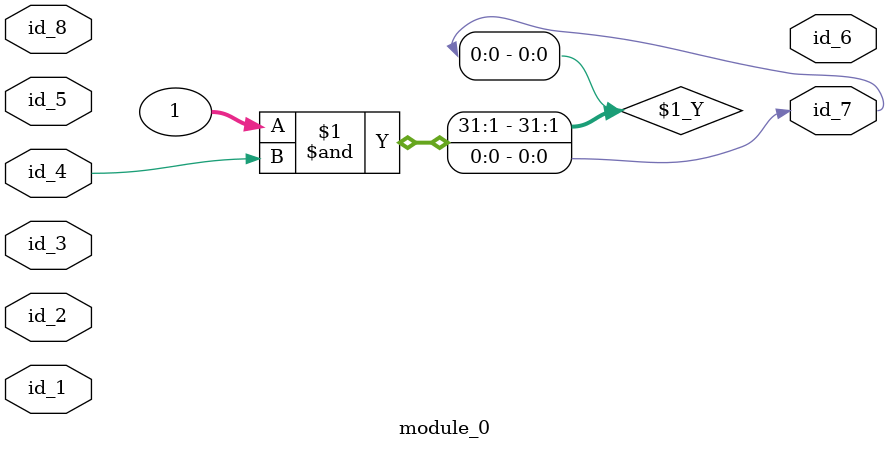
<source format=v>
`timescale 1ps / 1 ps
module module_0 (
    id_1,
    id_2,
    id_3,
    id_4,
    id_5,
    id_6,
    id_7,
    id_8
);
  inout id_8;
  output id_7;
  output id_6;
  input id_5;
  input id_4;
  input id_3;
  inout id_2;
  input id_1;
  assign id_7 = 1 & id_4;
endmodule

</source>
